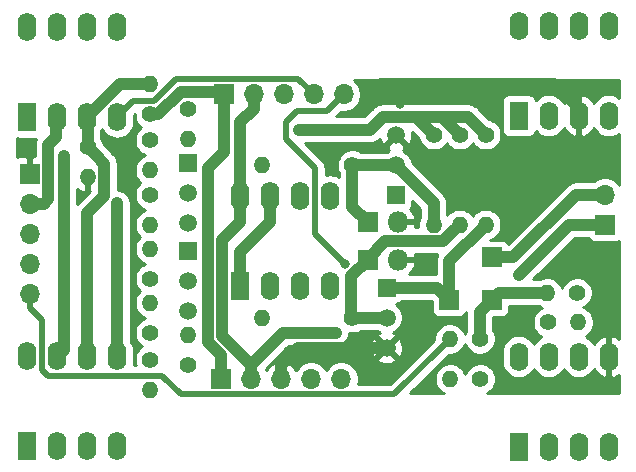
<source format=gbr>
G04 #@! TF.GenerationSoftware,KiCad,Pcbnew,(5.1.5)-3*
G04 #@! TF.CreationDate,2020-04-19T22:50:58+02:00*
G04 #@! TF.ProjectId,goal_detector,676f616c-5f64-4657-9465-63746f722e6b,rev?*
G04 #@! TF.SameCoordinates,PX101dfa0PY12b1280*
G04 #@! TF.FileFunction,Copper,L1,Top*
G04 #@! TF.FilePolarity,Positive*
%FSLAX46Y46*%
G04 Gerber Fmt 4.6, Leading zero omitted, Abs format (unit mm)*
G04 Created by KiCad (PCBNEW (5.1.5)-3) date 2020-04-19 22:50:58*
%MOMM*%
%LPD*%
G04 APERTURE LIST*
%ADD10O,1.700000X1.700000*%
%ADD11R,1.700000X1.700000*%
%ADD12O,1.600000X2.400000*%
%ADD13R,1.600000X2.400000*%
%ADD14O,1.400000X1.400000*%
%ADD15C,1.400000*%
%ADD16O,1.800000X1.800000*%
%ADD17R,1.800000X1.800000*%
%ADD18R,1.500000X1.500000*%
%ADD19C,1.500000*%
%ADD20C,0.800000*%
%ADD21C,1.000000*%
%ADD22C,0.500000*%
%ADD23C,0.254000*%
G04 APERTURE END LIST*
D10*
X50500000Y-10400000D03*
D11*
X50500000Y-12940000D03*
D12*
X19580000Y-10500000D03*
X27200000Y-18120000D03*
X22120000Y-10500000D03*
X24660000Y-18120000D03*
X24660000Y-10500000D03*
X22120000Y-18120000D03*
X27200000Y-10500000D03*
D13*
X19580000Y-18120000D03*
D14*
X45600000Y-18700000D03*
D15*
X48140000Y-18700000D03*
D14*
X37400000Y-26000000D03*
D15*
X39940000Y-26000000D03*
D14*
X37360000Y-22600000D03*
D15*
X39900000Y-22600000D03*
D14*
X40400000Y-12920000D03*
D15*
X40400000Y-5300000D03*
D14*
X6700000Y-8900000D03*
D15*
X6700000Y-6360000D03*
D14*
X12000000Y-26900000D03*
D15*
X12000000Y-24360000D03*
D14*
X12000000Y-1060000D03*
D15*
X12000000Y-3600000D03*
D14*
X48240000Y-21200000D03*
D15*
X45700000Y-21200000D03*
D11*
X40900000Y-19300000D03*
D16*
X32940000Y-15900000D03*
D17*
X30400000Y-15900000D03*
D16*
X32940000Y-12700000D03*
D17*
X30400000Y-12700000D03*
D14*
X15200000Y-22300000D03*
D15*
X15200000Y-24840000D03*
D14*
X15200000Y-5700000D03*
D15*
X15200000Y-3160000D03*
D14*
X12000000Y-19560000D03*
D15*
X12000000Y-22100000D03*
D14*
X12000000Y-14960000D03*
D15*
X12000000Y-17500000D03*
D14*
X12000000Y-12940000D03*
D15*
X12000000Y-10400000D03*
D14*
X12000000Y-8340000D03*
D15*
X12000000Y-5800000D03*
D12*
X43200000Y-24100000D03*
X50820000Y-31720000D03*
X45740000Y-24100000D03*
X48280000Y-31720000D03*
X48280000Y-24100000D03*
X45740000Y-31720000D03*
X50820000Y-24100000D03*
D13*
X43200000Y-31720000D03*
D12*
X1580000Y-24080000D03*
X9200000Y-31700000D03*
X4120000Y-24080000D03*
X6660000Y-31700000D03*
X6660000Y-24080000D03*
X4120000Y-31700000D03*
X9200000Y-24080000D03*
D13*
X1580000Y-31700000D03*
D12*
X43200000Y3920000D03*
X50820000Y-3700000D03*
X45740000Y3920000D03*
X48280000Y-3700000D03*
X48280000Y3920000D03*
X45740000Y-3700000D03*
X50820000Y3920000D03*
D13*
X43200000Y-3700000D03*
D12*
X1580000Y3820000D03*
X9200000Y-3800000D03*
X4120000Y3820000D03*
X6660000Y-3800000D03*
X6660000Y3820000D03*
X4120000Y-3800000D03*
X9200000Y3820000D03*
D13*
X1580000Y-3800000D03*
D14*
X38200000Y-12920000D03*
D15*
X38200000Y-5300000D03*
D14*
X36000000Y-12920000D03*
D15*
X36000000Y-5300000D03*
D14*
X21500000Y-20800000D03*
D15*
X29120000Y-20800000D03*
D14*
X21500000Y-7900000D03*
D15*
X29120000Y-7900000D03*
D18*
X32000000Y-18260000D03*
D19*
X32000000Y-23340000D03*
X32000000Y-20800000D03*
D18*
X32800000Y-10440000D03*
D19*
X32800000Y-5360000D03*
X32800000Y-7900000D03*
D18*
X15200000Y-15200000D03*
D19*
X15200000Y-20280000D03*
X15200000Y-17740000D03*
D18*
X15200000Y-7720000D03*
D19*
X15200000Y-12800000D03*
X15200000Y-10260000D03*
D11*
X40900000Y-15700000D03*
X37300000Y-19300000D03*
D10*
X1800000Y-18760000D03*
X1800000Y-16220000D03*
X1800000Y-13680000D03*
X1800000Y-11140000D03*
D11*
X1800000Y-8600000D03*
D10*
X28360000Y-1900000D03*
X25820000Y-1900000D03*
X23280000Y-1900000D03*
X20740000Y-1900000D03*
D11*
X18200000Y-1900000D03*
D10*
X28160000Y-26000000D03*
X25620000Y-26000000D03*
X23080000Y-26000000D03*
X20540000Y-26000000D03*
D11*
X18000000Y-26000000D03*
D20*
X10300000Y-6649999D03*
X10000000Y-8900000D03*
X33177818Y-2677818D03*
X31500000Y-1000000D03*
X28472182Y-16272182D03*
X19600000Y-5100000D03*
X27700000Y-22100000D03*
X18079990Y-19020010D03*
X24600000Y-4900000D03*
X9200000Y-11100000D03*
X43200000Y-17200000D03*
X4700000Y-7100000D03*
D21*
X30939340Y-23340000D02*
X32000000Y-23340000D01*
X23080000Y-26000000D02*
X23080000Y-24797919D01*
X24537919Y-23340000D02*
X30939340Y-23340000D01*
X23080000Y-24797919D02*
X24537919Y-23340000D01*
D22*
X10300000Y-6649999D02*
X10300000Y-8600000D01*
X10300000Y-8600000D02*
X10000000Y-8900000D01*
X31700000Y-1200000D02*
X33177818Y-2677818D01*
X31700000Y-1200000D02*
X31500000Y-1000000D01*
D21*
X48280000Y-3080000D02*
X48280000Y-3700000D01*
X31500000Y-1000000D02*
X46200000Y-1000000D01*
X46200000Y-1000000D02*
X48280000Y-3080000D01*
X29120000Y-7900000D02*
X32800000Y-7900000D01*
X29120000Y-11420000D02*
X30400000Y-12700000D01*
X29120000Y-7900000D02*
X29120000Y-11420000D01*
X36000000Y-11100000D02*
X36000000Y-12920000D01*
X32800000Y-7900000D02*
X36000000Y-11100000D01*
X29020000Y-17280000D02*
X30400000Y-15900000D01*
X29020000Y-20800000D02*
X29020000Y-17280000D01*
X29020000Y-20800000D02*
X32000000Y-20800000D01*
X30400000Y-15900000D02*
X30400000Y-15800000D01*
X30400000Y-15800000D02*
X31900000Y-14300000D01*
X37500001Y-13619999D02*
X38200000Y-12920000D01*
X36799999Y-14320001D02*
X37500001Y-13619999D01*
X35327999Y-14320001D02*
X36799999Y-14320001D01*
X31900000Y-14300000D02*
X35307998Y-14300000D01*
X35307998Y-14300000D02*
X35327999Y-14320001D01*
D22*
X28472182Y-16272182D02*
X25949999Y-13749999D01*
X25949999Y-9149999D02*
X25949999Y-8149999D01*
X25949999Y-9149999D02*
X25949999Y-8549999D01*
X25949999Y-13749999D02*
X25949999Y-9149999D01*
X25949999Y-8149999D02*
X23500000Y-5700000D01*
X23500000Y-5700000D02*
X23500000Y-4200000D01*
X23500000Y-4200000D02*
X24400000Y-3300000D01*
X26960000Y-3300000D02*
X28360000Y-1900000D01*
X24400000Y-3300000D02*
X26960000Y-3300000D01*
X10550001Y-2449999D02*
X9200000Y-3800000D01*
X14200001Y-599999D02*
X12350001Y-2449999D01*
X25820000Y-1900000D02*
X24519999Y-599999D01*
X12350001Y-2449999D02*
X10550001Y-2449999D01*
X24519999Y-599999D02*
X14200001Y-599999D01*
D21*
X20740000Y-3102081D02*
X20740000Y-1900000D01*
X19580000Y-4262081D02*
X20740000Y-3102081D01*
X19580000Y-6480000D02*
X19580000Y-10500000D01*
X20540000Y-26000000D02*
X20540000Y-24797919D01*
X18079990Y-22337909D02*
X20540000Y-24797919D01*
X18079990Y-14200010D02*
X18079990Y-19020010D01*
X19580000Y-10500000D02*
X19580000Y-12700000D01*
X19580000Y-12700000D02*
X18079990Y-14200010D01*
X19580000Y-10500000D02*
X19600000Y-5100000D01*
X19600000Y-5100000D02*
X19580000Y-4262081D01*
X20540000Y-24797919D02*
X23237919Y-22100000D01*
X23237919Y-22100000D02*
X24420000Y-22100000D01*
X24420000Y-22100000D02*
X27700000Y-22100000D01*
X18079990Y-19020010D02*
X18079990Y-22337909D01*
X34500000Y-3800000D02*
X36000000Y-5300000D01*
X33700000Y-3800000D02*
X34500000Y-3800000D01*
X36700000Y-3800000D02*
X38200000Y-5300000D01*
X33700000Y-3800000D02*
X36700000Y-3800000D01*
X38900000Y-3800000D02*
X40400000Y-5300000D01*
X36700000Y-3800000D02*
X38900000Y-3800000D01*
X16879980Y-22834969D02*
X16879980Y-8120020D01*
X18000000Y-26000000D02*
X18000000Y-23954989D01*
X18000000Y-23954989D02*
X16879980Y-22834969D01*
X16879980Y-8120020D02*
X18200000Y-6800000D01*
X24600000Y-4900000D02*
X30600000Y-4900000D01*
X31700000Y-3800000D02*
X33700000Y-3800000D01*
X30600000Y-4900000D02*
X31700000Y-3800000D01*
D22*
X18200000Y-3600000D02*
X18200000Y-3500000D01*
D21*
X18200000Y-3600000D02*
X18200000Y-1900000D01*
X18200000Y-6800000D02*
X18200000Y-3600000D01*
D22*
X12200000Y-3400000D02*
X12000000Y-3600000D01*
X18200000Y-1900000D02*
X18200000Y-3250000D01*
X18200000Y-3250000D02*
X18050000Y-3400000D01*
D21*
X18000000Y-1700000D02*
X18200000Y-1900000D01*
X14587998Y-1700000D02*
X18000000Y-1700000D01*
X12000000Y-3600000D02*
X12687998Y-3600000D01*
X12687998Y-3600000D02*
X14587998Y-1700000D01*
D22*
X13028008Y-25730010D02*
X14597999Y-27300001D01*
X3330010Y-25730010D02*
X13028008Y-25730010D01*
X36660001Y-23299999D02*
X37360000Y-22600000D01*
X2869990Y-25269990D02*
X3330010Y-25730010D01*
X1800000Y-19962081D02*
X2869990Y-21032071D01*
X2869990Y-21032071D02*
X2869990Y-25269990D01*
X14597999Y-27300001D02*
X32659999Y-27300001D01*
X1800000Y-18760000D02*
X1800000Y-19962081D01*
X32659999Y-27300001D02*
X36660001Y-23299999D01*
D21*
X1800000Y-11140000D02*
X3002081Y-11140000D01*
X3350001Y-10792080D02*
X3350001Y-6150001D01*
X3002081Y-11140000D02*
X3350001Y-10792080D01*
X3350001Y-6150001D02*
X4000000Y-5500002D01*
X4000000Y-3920000D02*
X4120000Y-3800000D01*
X4000000Y-5500002D02*
X4000000Y-3920000D01*
X9200000Y-11665685D02*
X9200000Y-24080000D01*
X9200000Y-11100000D02*
X9200000Y-11665685D01*
X40400000Y-12920000D02*
X37300000Y-16020000D01*
X37300000Y-16020000D02*
X37300000Y-18700000D01*
X36260000Y-18260000D02*
X37300000Y-19300000D01*
X32000000Y-18260000D02*
X36260000Y-18260000D01*
X39900000Y-20300000D02*
X40900000Y-19300000D01*
X39900000Y-22600000D02*
X39900000Y-20300000D01*
X41500000Y-18700000D02*
X40900000Y-19300000D01*
X45600000Y-18700000D02*
X41500000Y-18700000D01*
X40900000Y-15700000D02*
X42750000Y-15700000D01*
X49297919Y-10400000D02*
X50500000Y-10400000D01*
X48050000Y-10400000D02*
X49297919Y-10400000D01*
X42750000Y-15700000D02*
X48050000Y-10400000D01*
X47460000Y-12940000D02*
X43200000Y-17200000D01*
X50500000Y-12940000D02*
X47460000Y-12940000D01*
X6700000Y-3840000D02*
X6660000Y-3800000D01*
X6700000Y-6360000D02*
X6700000Y-3840000D01*
X7399999Y-7059999D02*
X6700000Y-6360000D01*
X8100001Y-7760001D02*
X7399999Y-7059999D01*
X8100001Y-10502929D02*
X8100001Y-7760001D01*
X6660000Y-24080000D02*
X6660000Y-11942930D01*
X6660000Y-11942930D02*
X8100001Y-10502929D01*
X9400000Y-1060000D02*
X6660000Y-3800000D01*
X12000000Y-1060000D02*
X9400000Y-1060000D01*
X4700000Y-23500000D02*
X4120000Y-24080000D01*
X4700000Y-7100000D02*
X4700000Y-23500000D01*
X19580000Y-15240000D02*
X19580000Y-18120000D01*
X22120000Y-10500000D02*
X22120000Y-12700000D01*
X22120000Y-12700000D02*
X19580000Y-15240000D01*
D23*
G36*
X49119463Y-14144494D02*
G01*
X49198815Y-14241185D01*
X49295506Y-14320537D01*
X49405820Y-14379502D01*
X49525518Y-14415812D01*
X49650000Y-14428072D01*
X51350000Y-14428072D01*
X51474482Y-14415812D01*
X51594180Y-14379502D01*
X51704494Y-14320537D01*
X51715000Y-14311915D01*
X51715000Y-22575094D01*
X51511646Y-22436285D01*
X51251818Y-22325633D01*
X51169039Y-22308096D01*
X50947000Y-22430085D01*
X50947000Y-23973000D01*
X50967000Y-23973000D01*
X50967000Y-24227000D01*
X50947000Y-24227000D01*
X50947000Y-25769915D01*
X51169039Y-25891904D01*
X51251818Y-25874367D01*
X51511646Y-25763715D01*
X51715000Y-25624906D01*
X51715000Y-27215000D01*
X40495252Y-27215000D01*
X40572359Y-27183061D01*
X40791013Y-27036962D01*
X40976962Y-26851013D01*
X41123061Y-26632359D01*
X41223696Y-26389405D01*
X41275000Y-26131486D01*
X41275000Y-25868514D01*
X41223696Y-25610595D01*
X41123061Y-25367641D01*
X40976962Y-25148987D01*
X40791013Y-24963038D01*
X40572359Y-24816939D01*
X40329405Y-24716304D01*
X40071486Y-24665000D01*
X39808514Y-24665000D01*
X39550595Y-24716304D01*
X39307641Y-24816939D01*
X39088987Y-24963038D01*
X38903038Y-25148987D01*
X38756939Y-25367641D01*
X38670000Y-25577530D01*
X38583061Y-25367641D01*
X38436962Y-25148987D01*
X38251013Y-24963038D01*
X38032359Y-24816939D01*
X37789405Y-24716304D01*
X37531486Y-24665000D01*
X37268514Y-24665000D01*
X37010595Y-24716304D01*
X36767641Y-24816939D01*
X36548987Y-24963038D01*
X36363038Y-25148987D01*
X36216939Y-25367641D01*
X36116304Y-25610595D01*
X36065000Y-25868514D01*
X36065000Y-26131486D01*
X36116304Y-26389405D01*
X36216939Y-26632359D01*
X36363038Y-26851013D01*
X36548987Y-27036962D01*
X36767641Y-27183061D01*
X36844748Y-27215000D01*
X33996578Y-27215000D01*
X37276579Y-23935000D01*
X37491486Y-23935000D01*
X37749405Y-23883696D01*
X37992359Y-23783061D01*
X38211013Y-23636962D01*
X38396962Y-23451013D01*
X38543061Y-23232359D01*
X38630000Y-23022470D01*
X38716939Y-23232359D01*
X38863038Y-23451013D01*
X39048987Y-23636962D01*
X39267641Y-23783061D01*
X39510595Y-23883696D01*
X39768514Y-23935000D01*
X40031486Y-23935000D01*
X40289405Y-23883696D01*
X40532359Y-23783061D01*
X40751013Y-23636962D01*
X40936962Y-23451013D01*
X41083061Y-23232359D01*
X41183696Y-22989405D01*
X41235000Y-22731486D01*
X41235000Y-22468514D01*
X41183696Y-22210595D01*
X41083061Y-21967641D01*
X41035000Y-21895712D01*
X41035000Y-20788072D01*
X41750000Y-20788072D01*
X41874482Y-20775812D01*
X41994180Y-20739502D01*
X42104494Y-20680537D01*
X42201185Y-20601185D01*
X42280537Y-20504494D01*
X42339502Y-20394180D01*
X42375812Y-20274482D01*
X42388072Y-20150000D01*
X42388072Y-19835000D01*
X44895712Y-19835000D01*
X44967641Y-19883061D01*
X45179246Y-19970711D01*
X45067641Y-20016939D01*
X44848987Y-20163038D01*
X44663038Y-20348987D01*
X44516939Y-20567641D01*
X44416304Y-20810595D01*
X44365000Y-21068514D01*
X44365000Y-21331486D01*
X44416304Y-21589405D01*
X44516939Y-21832359D01*
X44663038Y-22051013D01*
X44848987Y-22236962D01*
X45067641Y-22383061D01*
X45119493Y-22404539D01*
X44938899Y-22501068D01*
X44720392Y-22680393D01*
X44541068Y-22898900D01*
X44470000Y-23031858D01*
X44398932Y-22898899D01*
X44219607Y-22680392D01*
X44001100Y-22501068D01*
X43751807Y-22367818D01*
X43481308Y-22285764D01*
X43200000Y-22258057D01*
X42918691Y-22285764D01*
X42648192Y-22367818D01*
X42398899Y-22501068D01*
X42180392Y-22680393D01*
X42001068Y-22898900D01*
X41867818Y-23148193D01*
X41785764Y-23418692D01*
X41765000Y-23629509D01*
X41765000Y-24570492D01*
X41785764Y-24781309D01*
X41867818Y-25051808D01*
X42001068Y-25301101D01*
X42180393Y-25519608D01*
X42398900Y-25698932D01*
X42648193Y-25832182D01*
X42918692Y-25914236D01*
X43200000Y-25941943D01*
X43481309Y-25914236D01*
X43751808Y-25832182D01*
X44001101Y-25698932D01*
X44219608Y-25519608D01*
X44398932Y-25301101D01*
X44470000Y-25168142D01*
X44541068Y-25301101D01*
X44720393Y-25519608D01*
X44938900Y-25698932D01*
X45188193Y-25832182D01*
X45458692Y-25914236D01*
X45740000Y-25941943D01*
X46021309Y-25914236D01*
X46291808Y-25832182D01*
X46541101Y-25698932D01*
X46759608Y-25519608D01*
X46938932Y-25301101D01*
X47010000Y-25168142D01*
X47081068Y-25301101D01*
X47260393Y-25519608D01*
X47478900Y-25698932D01*
X47728193Y-25832182D01*
X47998692Y-25914236D01*
X48280000Y-25941943D01*
X48561309Y-25914236D01*
X48831808Y-25832182D01*
X49081101Y-25698932D01*
X49299608Y-25519608D01*
X49478932Y-25301101D01*
X49547265Y-25173259D01*
X49697399Y-25402839D01*
X49895105Y-25604500D01*
X50128354Y-25763715D01*
X50388182Y-25874367D01*
X50470961Y-25891904D01*
X50693000Y-25769915D01*
X50693000Y-24227000D01*
X50673000Y-24227000D01*
X50673000Y-23973000D01*
X50693000Y-23973000D01*
X50693000Y-22430085D01*
X50470961Y-22308096D01*
X50388182Y-22325633D01*
X50128354Y-22436285D01*
X49895105Y-22595500D01*
X49697399Y-22797161D01*
X49547265Y-23026741D01*
X49478932Y-22898899D01*
X49299607Y-22680392D01*
X49081100Y-22501068D01*
X48865579Y-22385869D01*
X48872359Y-22383061D01*
X49091013Y-22236962D01*
X49276962Y-22051013D01*
X49423061Y-21832359D01*
X49523696Y-21589405D01*
X49575000Y-21331486D01*
X49575000Y-21068514D01*
X49523696Y-20810595D01*
X49423061Y-20567641D01*
X49276962Y-20348987D01*
X49091013Y-20163038D01*
X48872359Y-20016939D01*
X48660754Y-19929289D01*
X48772359Y-19883061D01*
X48991013Y-19736962D01*
X49176962Y-19551013D01*
X49323061Y-19332359D01*
X49423696Y-19089405D01*
X49475000Y-18831486D01*
X49475000Y-18568514D01*
X49423696Y-18310595D01*
X49323061Y-18067641D01*
X49176962Y-17848987D01*
X48991013Y-17663038D01*
X48772359Y-17516939D01*
X48529405Y-17416304D01*
X48271486Y-17365000D01*
X48008514Y-17365000D01*
X47750595Y-17416304D01*
X47507641Y-17516939D01*
X47288987Y-17663038D01*
X47103038Y-17848987D01*
X46956939Y-18067641D01*
X46870000Y-18277530D01*
X46783061Y-18067641D01*
X46636962Y-17848987D01*
X46451013Y-17663038D01*
X46232359Y-17516939D01*
X45989405Y-17416304D01*
X45731486Y-17365000D01*
X45468514Y-17365000D01*
X45210595Y-17416304D01*
X44967641Y-17516939D01*
X44895712Y-17565000D01*
X44440131Y-17565000D01*
X47930132Y-14075000D01*
X49082317Y-14075000D01*
X49119463Y-14144494D01*
G37*
X49119463Y-14144494D02*
X49198815Y-14241185D01*
X49295506Y-14320537D01*
X49405820Y-14379502D01*
X49525518Y-14415812D01*
X49650000Y-14428072D01*
X51350000Y-14428072D01*
X51474482Y-14415812D01*
X51594180Y-14379502D01*
X51704494Y-14320537D01*
X51715000Y-14311915D01*
X51715000Y-22575094D01*
X51511646Y-22436285D01*
X51251818Y-22325633D01*
X51169039Y-22308096D01*
X50947000Y-22430085D01*
X50947000Y-23973000D01*
X50967000Y-23973000D01*
X50967000Y-24227000D01*
X50947000Y-24227000D01*
X50947000Y-25769915D01*
X51169039Y-25891904D01*
X51251818Y-25874367D01*
X51511646Y-25763715D01*
X51715000Y-25624906D01*
X51715000Y-27215000D01*
X40495252Y-27215000D01*
X40572359Y-27183061D01*
X40791013Y-27036962D01*
X40976962Y-26851013D01*
X41123061Y-26632359D01*
X41223696Y-26389405D01*
X41275000Y-26131486D01*
X41275000Y-25868514D01*
X41223696Y-25610595D01*
X41123061Y-25367641D01*
X40976962Y-25148987D01*
X40791013Y-24963038D01*
X40572359Y-24816939D01*
X40329405Y-24716304D01*
X40071486Y-24665000D01*
X39808514Y-24665000D01*
X39550595Y-24716304D01*
X39307641Y-24816939D01*
X39088987Y-24963038D01*
X38903038Y-25148987D01*
X38756939Y-25367641D01*
X38670000Y-25577530D01*
X38583061Y-25367641D01*
X38436962Y-25148987D01*
X38251013Y-24963038D01*
X38032359Y-24816939D01*
X37789405Y-24716304D01*
X37531486Y-24665000D01*
X37268514Y-24665000D01*
X37010595Y-24716304D01*
X36767641Y-24816939D01*
X36548987Y-24963038D01*
X36363038Y-25148987D01*
X36216939Y-25367641D01*
X36116304Y-25610595D01*
X36065000Y-25868514D01*
X36065000Y-26131486D01*
X36116304Y-26389405D01*
X36216939Y-26632359D01*
X36363038Y-26851013D01*
X36548987Y-27036962D01*
X36767641Y-27183061D01*
X36844748Y-27215000D01*
X33996578Y-27215000D01*
X37276579Y-23935000D01*
X37491486Y-23935000D01*
X37749405Y-23883696D01*
X37992359Y-23783061D01*
X38211013Y-23636962D01*
X38396962Y-23451013D01*
X38543061Y-23232359D01*
X38630000Y-23022470D01*
X38716939Y-23232359D01*
X38863038Y-23451013D01*
X39048987Y-23636962D01*
X39267641Y-23783061D01*
X39510595Y-23883696D01*
X39768514Y-23935000D01*
X40031486Y-23935000D01*
X40289405Y-23883696D01*
X40532359Y-23783061D01*
X40751013Y-23636962D01*
X40936962Y-23451013D01*
X41083061Y-23232359D01*
X41183696Y-22989405D01*
X41235000Y-22731486D01*
X41235000Y-22468514D01*
X41183696Y-22210595D01*
X41083061Y-21967641D01*
X41035000Y-21895712D01*
X41035000Y-20788072D01*
X41750000Y-20788072D01*
X41874482Y-20775812D01*
X41994180Y-20739502D01*
X42104494Y-20680537D01*
X42201185Y-20601185D01*
X42280537Y-20504494D01*
X42339502Y-20394180D01*
X42375812Y-20274482D01*
X42388072Y-20150000D01*
X42388072Y-19835000D01*
X44895712Y-19835000D01*
X44967641Y-19883061D01*
X45179246Y-19970711D01*
X45067641Y-20016939D01*
X44848987Y-20163038D01*
X44663038Y-20348987D01*
X44516939Y-20567641D01*
X44416304Y-20810595D01*
X44365000Y-21068514D01*
X44365000Y-21331486D01*
X44416304Y-21589405D01*
X44516939Y-21832359D01*
X44663038Y-22051013D01*
X44848987Y-22236962D01*
X45067641Y-22383061D01*
X45119493Y-22404539D01*
X44938899Y-22501068D01*
X44720392Y-22680393D01*
X44541068Y-22898900D01*
X44470000Y-23031858D01*
X44398932Y-22898899D01*
X44219607Y-22680392D01*
X44001100Y-22501068D01*
X43751807Y-22367818D01*
X43481308Y-22285764D01*
X43200000Y-22258057D01*
X42918691Y-22285764D01*
X42648192Y-22367818D01*
X42398899Y-22501068D01*
X42180392Y-22680393D01*
X42001068Y-22898900D01*
X41867818Y-23148193D01*
X41785764Y-23418692D01*
X41765000Y-23629509D01*
X41765000Y-24570492D01*
X41785764Y-24781309D01*
X41867818Y-25051808D01*
X42001068Y-25301101D01*
X42180393Y-25519608D01*
X42398900Y-25698932D01*
X42648193Y-25832182D01*
X42918692Y-25914236D01*
X43200000Y-25941943D01*
X43481309Y-25914236D01*
X43751808Y-25832182D01*
X44001101Y-25698932D01*
X44219608Y-25519608D01*
X44398932Y-25301101D01*
X44470000Y-25168142D01*
X44541068Y-25301101D01*
X44720393Y-25519608D01*
X44938900Y-25698932D01*
X45188193Y-25832182D01*
X45458692Y-25914236D01*
X45740000Y-25941943D01*
X46021309Y-25914236D01*
X46291808Y-25832182D01*
X46541101Y-25698932D01*
X46759608Y-25519608D01*
X46938932Y-25301101D01*
X47010000Y-25168142D01*
X47081068Y-25301101D01*
X47260393Y-25519608D01*
X47478900Y-25698932D01*
X47728193Y-25832182D01*
X47998692Y-25914236D01*
X48280000Y-25941943D01*
X48561309Y-25914236D01*
X48831808Y-25832182D01*
X49081101Y-25698932D01*
X49299608Y-25519608D01*
X49478932Y-25301101D01*
X49547265Y-25173259D01*
X49697399Y-25402839D01*
X49895105Y-25604500D01*
X50128354Y-25763715D01*
X50388182Y-25874367D01*
X50470961Y-25891904D01*
X50693000Y-25769915D01*
X50693000Y-24227000D01*
X50673000Y-24227000D01*
X50673000Y-23973000D01*
X50693000Y-23973000D01*
X50693000Y-22430085D01*
X50470961Y-22308096D01*
X50388182Y-22325633D01*
X50128354Y-22436285D01*
X49895105Y-22595500D01*
X49697399Y-22797161D01*
X49547265Y-23026741D01*
X49478932Y-22898899D01*
X49299607Y-22680392D01*
X49081100Y-22501068D01*
X48865579Y-22385869D01*
X48872359Y-22383061D01*
X49091013Y-22236962D01*
X49276962Y-22051013D01*
X49423061Y-21832359D01*
X49523696Y-21589405D01*
X49575000Y-21331486D01*
X49575000Y-21068514D01*
X49523696Y-20810595D01*
X49423061Y-20567641D01*
X49276962Y-20348987D01*
X49091013Y-20163038D01*
X48872359Y-20016939D01*
X48660754Y-19929289D01*
X48772359Y-19883061D01*
X48991013Y-19736962D01*
X49176962Y-19551013D01*
X49323061Y-19332359D01*
X49423696Y-19089405D01*
X49475000Y-18831486D01*
X49475000Y-18568514D01*
X49423696Y-18310595D01*
X49323061Y-18067641D01*
X49176962Y-17848987D01*
X48991013Y-17663038D01*
X48772359Y-17516939D01*
X48529405Y-17416304D01*
X48271486Y-17365000D01*
X48008514Y-17365000D01*
X47750595Y-17416304D01*
X47507641Y-17516939D01*
X47288987Y-17663038D01*
X47103038Y-17848987D01*
X46956939Y-18067641D01*
X46870000Y-18277530D01*
X46783061Y-18067641D01*
X46636962Y-17848987D01*
X46451013Y-17663038D01*
X46232359Y-17516939D01*
X45989405Y-17416304D01*
X45731486Y-17365000D01*
X45468514Y-17365000D01*
X45210595Y-17416304D01*
X44967641Y-17516939D01*
X44895712Y-17565000D01*
X44440131Y-17565000D01*
X47930132Y-14075000D01*
X49082317Y-14075000D01*
X49119463Y-14144494D01*
G36*
X35811928Y-19417059D02*
G01*
X35811928Y-20150000D01*
X35824188Y-20274482D01*
X35860498Y-20394180D01*
X35919463Y-20504494D01*
X35998815Y-20601185D01*
X36095506Y-20680537D01*
X36205820Y-20739502D01*
X36325518Y-20775812D01*
X36450000Y-20788072D01*
X38150000Y-20788072D01*
X38274482Y-20775812D01*
X38394180Y-20739502D01*
X38504494Y-20680537D01*
X38601185Y-20601185D01*
X38680537Y-20504494D01*
X38739502Y-20394180D01*
X38761608Y-20321308D01*
X38765001Y-20355761D01*
X38765000Y-21895712D01*
X38716939Y-21967641D01*
X38630000Y-22177530D01*
X38543061Y-21967641D01*
X38396962Y-21748987D01*
X38211013Y-21563038D01*
X37992359Y-21416939D01*
X37749405Y-21316304D01*
X37491486Y-21265000D01*
X37228514Y-21265000D01*
X36970595Y-21316304D01*
X36727641Y-21416939D01*
X36508987Y-21563038D01*
X36323038Y-21748987D01*
X36176939Y-21967641D01*
X36076304Y-22210595D01*
X36025000Y-22468514D01*
X36025000Y-22683421D01*
X32293421Y-26415001D01*
X29591544Y-26415001D01*
X29645000Y-26146260D01*
X29645000Y-25853740D01*
X29587932Y-25566842D01*
X29475990Y-25296589D01*
X29313475Y-25053368D01*
X29106632Y-24846525D01*
X28863411Y-24684010D01*
X28593158Y-24572068D01*
X28306260Y-24515000D01*
X28013740Y-24515000D01*
X27726842Y-24572068D01*
X27456589Y-24684010D01*
X27213368Y-24846525D01*
X27006525Y-25053368D01*
X26890000Y-25227760D01*
X26773475Y-25053368D01*
X26566632Y-24846525D01*
X26323411Y-24684010D01*
X26053158Y-24572068D01*
X25766260Y-24515000D01*
X25473740Y-24515000D01*
X25186842Y-24572068D01*
X24916589Y-24684010D01*
X24673368Y-24846525D01*
X24466525Y-25053368D01*
X24344805Y-25235534D01*
X24275178Y-25118645D01*
X24080269Y-24902412D01*
X23846920Y-24728359D01*
X23584099Y-24603175D01*
X23436890Y-24558524D01*
X23207000Y-24679845D01*
X23207000Y-25873000D01*
X23227000Y-25873000D01*
X23227000Y-26127000D01*
X23207000Y-26127000D01*
X23207000Y-26147000D01*
X22953000Y-26147000D01*
X22953000Y-26127000D01*
X22933000Y-26127000D01*
X22933000Y-25873000D01*
X22953000Y-25873000D01*
X22953000Y-24679845D01*
X22723110Y-24558524D01*
X22575901Y-24603175D01*
X22313080Y-24728359D01*
X22079731Y-24902412D01*
X21884822Y-25118645D01*
X21815195Y-25235534D01*
X21772065Y-25170986D01*
X22646058Y-24296993D01*
X31222612Y-24296993D01*
X31288137Y-24535860D01*
X31535116Y-24651760D01*
X31799960Y-24717250D01*
X32072492Y-24729812D01*
X32342238Y-24688965D01*
X32598832Y-24596277D01*
X32711863Y-24535860D01*
X32777388Y-24296993D01*
X32000000Y-23519605D01*
X31222612Y-24296993D01*
X22646058Y-24296993D01*
X23530559Y-23412492D01*
X30610188Y-23412492D01*
X30651035Y-23682238D01*
X30743723Y-23938832D01*
X30804140Y-24051863D01*
X31043007Y-24117388D01*
X31820395Y-23340000D01*
X32179605Y-23340000D01*
X32956993Y-24117388D01*
X33195860Y-24051863D01*
X33311760Y-23804884D01*
X33377250Y-23540040D01*
X33389812Y-23267508D01*
X33348965Y-22997762D01*
X33256277Y-22741168D01*
X33195860Y-22628137D01*
X32956993Y-22562612D01*
X32179605Y-23340000D01*
X31820395Y-23340000D01*
X31043007Y-22562612D01*
X30804140Y-22628137D01*
X30688240Y-22875116D01*
X30622750Y-23139960D01*
X30610188Y-23412492D01*
X23530559Y-23412492D01*
X23708052Y-23235000D01*
X27755752Y-23235000D01*
X27922499Y-23218577D01*
X28136447Y-23153676D01*
X28333623Y-23048284D01*
X28506449Y-22906449D01*
X28648284Y-22733623D01*
X28753676Y-22536447D01*
X28818577Y-22322499D01*
X28839954Y-22105449D01*
X28988514Y-22135000D01*
X29251486Y-22135000D01*
X29509405Y-22083696D01*
X29752359Y-21983061D01*
X29824288Y-21935000D01*
X31205714Y-21935000D01*
X31343957Y-22027371D01*
X31443279Y-22068511D01*
X31401168Y-22083723D01*
X31288137Y-22144140D01*
X31222612Y-22383007D01*
X32000000Y-23160395D01*
X32777388Y-22383007D01*
X32711863Y-22144140D01*
X32553523Y-22069836D01*
X32656043Y-22027371D01*
X32882886Y-21875799D01*
X33075799Y-21682886D01*
X33227371Y-21456043D01*
X33331775Y-21203989D01*
X33385000Y-20936411D01*
X33385000Y-20663589D01*
X33331775Y-20396011D01*
X33227371Y-20143957D01*
X33075799Y-19917114D01*
X32882886Y-19724201D01*
X32766517Y-19646445D01*
X32874482Y-19635812D01*
X32994180Y-19599502D01*
X33104494Y-19540537D01*
X33201185Y-19461185D01*
X33255501Y-19395000D01*
X35789869Y-19395000D01*
X35811928Y-19417059D01*
G37*
X35811928Y-19417059D02*
X35811928Y-20150000D01*
X35824188Y-20274482D01*
X35860498Y-20394180D01*
X35919463Y-20504494D01*
X35998815Y-20601185D01*
X36095506Y-20680537D01*
X36205820Y-20739502D01*
X36325518Y-20775812D01*
X36450000Y-20788072D01*
X38150000Y-20788072D01*
X38274482Y-20775812D01*
X38394180Y-20739502D01*
X38504494Y-20680537D01*
X38601185Y-20601185D01*
X38680537Y-20504494D01*
X38739502Y-20394180D01*
X38761608Y-20321308D01*
X38765001Y-20355761D01*
X38765000Y-21895712D01*
X38716939Y-21967641D01*
X38630000Y-22177530D01*
X38543061Y-21967641D01*
X38396962Y-21748987D01*
X38211013Y-21563038D01*
X37992359Y-21416939D01*
X37749405Y-21316304D01*
X37491486Y-21265000D01*
X37228514Y-21265000D01*
X36970595Y-21316304D01*
X36727641Y-21416939D01*
X36508987Y-21563038D01*
X36323038Y-21748987D01*
X36176939Y-21967641D01*
X36076304Y-22210595D01*
X36025000Y-22468514D01*
X36025000Y-22683421D01*
X32293421Y-26415001D01*
X29591544Y-26415001D01*
X29645000Y-26146260D01*
X29645000Y-25853740D01*
X29587932Y-25566842D01*
X29475990Y-25296589D01*
X29313475Y-25053368D01*
X29106632Y-24846525D01*
X28863411Y-24684010D01*
X28593158Y-24572068D01*
X28306260Y-24515000D01*
X28013740Y-24515000D01*
X27726842Y-24572068D01*
X27456589Y-24684010D01*
X27213368Y-24846525D01*
X27006525Y-25053368D01*
X26890000Y-25227760D01*
X26773475Y-25053368D01*
X26566632Y-24846525D01*
X26323411Y-24684010D01*
X26053158Y-24572068D01*
X25766260Y-24515000D01*
X25473740Y-24515000D01*
X25186842Y-24572068D01*
X24916589Y-24684010D01*
X24673368Y-24846525D01*
X24466525Y-25053368D01*
X24344805Y-25235534D01*
X24275178Y-25118645D01*
X24080269Y-24902412D01*
X23846920Y-24728359D01*
X23584099Y-24603175D01*
X23436890Y-24558524D01*
X23207000Y-24679845D01*
X23207000Y-25873000D01*
X23227000Y-25873000D01*
X23227000Y-26127000D01*
X23207000Y-26127000D01*
X23207000Y-26147000D01*
X22953000Y-26147000D01*
X22953000Y-26127000D01*
X22933000Y-26127000D01*
X22933000Y-25873000D01*
X22953000Y-25873000D01*
X22953000Y-24679845D01*
X22723110Y-24558524D01*
X22575901Y-24603175D01*
X22313080Y-24728359D01*
X22079731Y-24902412D01*
X21884822Y-25118645D01*
X21815195Y-25235534D01*
X21772065Y-25170986D01*
X22646058Y-24296993D01*
X31222612Y-24296993D01*
X31288137Y-24535860D01*
X31535116Y-24651760D01*
X31799960Y-24717250D01*
X32072492Y-24729812D01*
X32342238Y-24688965D01*
X32598832Y-24596277D01*
X32711863Y-24535860D01*
X32777388Y-24296993D01*
X32000000Y-23519605D01*
X31222612Y-24296993D01*
X22646058Y-24296993D01*
X23530559Y-23412492D01*
X30610188Y-23412492D01*
X30651035Y-23682238D01*
X30743723Y-23938832D01*
X30804140Y-24051863D01*
X31043007Y-24117388D01*
X31820395Y-23340000D01*
X32179605Y-23340000D01*
X32956993Y-24117388D01*
X33195860Y-24051863D01*
X33311760Y-23804884D01*
X33377250Y-23540040D01*
X33389812Y-23267508D01*
X33348965Y-22997762D01*
X33256277Y-22741168D01*
X33195860Y-22628137D01*
X32956993Y-22562612D01*
X32179605Y-23340000D01*
X31820395Y-23340000D01*
X31043007Y-22562612D01*
X30804140Y-22628137D01*
X30688240Y-22875116D01*
X30622750Y-23139960D01*
X30610188Y-23412492D01*
X23530559Y-23412492D01*
X23708052Y-23235000D01*
X27755752Y-23235000D01*
X27922499Y-23218577D01*
X28136447Y-23153676D01*
X28333623Y-23048284D01*
X28506449Y-22906449D01*
X28648284Y-22733623D01*
X28753676Y-22536447D01*
X28818577Y-22322499D01*
X28839954Y-22105449D01*
X28988514Y-22135000D01*
X29251486Y-22135000D01*
X29509405Y-22083696D01*
X29752359Y-21983061D01*
X29824288Y-21935000D01*
X31205714Y-21935000D01*
X31343957Y-22027371D01*
X31443279Y-22068511D01*
X31401168Y-22083723D01*
X31288137Y-22144140D01*
X31222612Y-22383007D01*
X32000000Y-23160395D01*
X32777388Y-22383007D01*
X32711863Y-22144140D01*
X32553523Y-22069836D01*
X32656043Y-22027371D01*
X32882886Y-21875799D01*
X33075799Y-21682886D01*
X33227371Y-21456043D01*
X33331775Y-21203989D01*
X33385000Y-20936411D01*
X33385000Y-20663589D01*
X33331775Y-20396011D01*
X33227371Y-20143957D01*
X33075799Y-19917114D01*
X32882886Y-19724201D01*
X32766517Y-19646445D01*
X32874482Y-19635812D01*
X32994180Y-19599502D01*
X33104494Y-19540537D01*
X33201185Y-19461185D01*
X33255501Y-19395000D01*
X35789869Y-19395000D01*
X35811928Y-19417059D01*
G36*
X10665000Y-3731486D02*
G01*
X10716304Y-3989405D01*
X10816939Y-4232359D01*
X10963038Y-4451013D01*
X11148987Y-4636962D01*
X11243331Y-4700000D01*
X11148987Y-4763038D01*
X10963038Y-4948987D01*
X10816939Y-5167641D01*
X10716304Y-5410595D01*
X10665000Y-5668514D01*
X10665000Y-5931486D01*
X10716304Y-6189405D01*
X10816939Y-6432359D01*
X10963038Y-6651013D01*
X11148987Y-6836962D01*
X11367641Y-6983061D01*
X11577530Y-7070000D01*
X11367641Y-7156939D01*
X11148987Y-7303038D01*
X10963038Y-7488987D01*
X10816939Y-7707641D01*
X10716304Y-7950595D01*
X10665000Y-8208514D01*
X10665000Y-8471486D01*
X10716304Y-8729405D01*
X10816939Y-8972359D01*
X10963038Y-9191013D01*
X11142025Y-9370000D01*
X10963038Y-9548987D01*
X10816939Y-9767641D01*
X10716304Y-10010595D01*
X10665000Y-10268514D01*
X10665000Y-10531486D01*
X10716304Y-10789405D01*
X10816939Y-11032359D01*
X10963038Y-11251013D01*
X11148987Y-11436962D01*
X11367641Y-11583061D01*
X11577530Y-11670000D01*
X11367641Y-11756939D01*
X11148987Y-11903038D01*
X10963038Y-12088987D01*
X10816939Y-12307641D01*
X10716304Y-12550595D01*
X10665000Y-12808514D01*
X10665000Y-13071486D01*
X10716304Y-13329405D01*
X10816939Y-13572359D01*
X10963038Y-13791013D01*
X11122025Y-13950000D01*
X10963038Y-14108987D01*
X10816939Y-14327641D01*
X10716304Y-14570595D01*
X10665000Y-14828514D01*
X10665000Y-15091486D01*
X10716304Y-15349405D01*
X10816939Y-15592359D01*
X10963038Y-15811013D01*
X11148987Y-15996962D01*
X11367641Y-16143061D01*
X11577530Y-16230000D01*
X11367641Y-16316939D01*
X11148987Y-16463038D01*
X10963038Y-16648987D01*
X10816939Y-16867641D01*
X10716304Y-17110595D01*
X10665000Y-17368514D01*
X10665000Y-17631486D01*
X10716304Y-17889405D01*
X10816939Y-18132359D01*
X10963038Y-18351013D01*
X11142025Y-18530000D01*
X10963038Y-18708987D01*
X10816939Y-18927641D01*
X10716304Y-19170595D01*
X10665000Y-19428514D01*
X10665000Y-19691486D01*
X10716304Y-19949405D01*
X10816939Y-20192359D01*
X10963038Y-20411013D01*
X11148987Y-20596962D01*
X11367641Y-20743061D01*
X11577530Y-20830000D01*
X11367641Y-20916939D01*
X11148987Y-21063038D01*
X10963038Y-21248987D01*
X10816939Y-21467641D01*
X10716304Y-21710595D01*
X10665000Y-21968514D01*
X10665000Y-22231486D01*
X10716304Y-22489405D01*
X10816939Y-22732359D01*
X10963038Y-22951013D01*
X11148987Y-23136962D01*
X11288229Y-23230000D01*
X11148987Y-23323038D01*
X10963038Y-23508987D01*
X10816939Y-23727641D01*
X10716304Y-23970595D01*
X10665000Y-24228514D01*
X10665000Y-24491486D01*
X10716304Y-24749405D01*
X10755905Y-24845010D01*
X10588846Y-24845010D01*
X10614236Y-24761309D01*
X10635000Y-24550491D01*
X10635000Y-23609508D01*
X10614236Y-23398691D01*
X10532182Y-23128192D01*
X10398932Y-22878899D01*
X10335000Y-22800998D01*
X10335000Y-11044248D01*
X10318577Y-10877501D01*
X10253676Y-10663553D01*
X10148284Y-10466377D01*
X10006449Y-10293551D01*
X9833623Y-10151716D01*
X9636446Y-10046324D01*
X9422498Y-9981423D01*
X9235001Y-9962956D01*
X9235001Y-7815742D01*
X9240491Y-7760000D01*
X9235001Y-7704258D01*
X9235001Y-7704249D01*
X9218578Y-7537502D01*
X9153677Y-7323554D01*
X9048285Y-7126378D01*
X8906450Y-6953552D01*
X8863136Y-6918005D01*
X8000573Y-6055442D01*
X7983696Y-5970595D01*
X7883061Y-5727641D01*
X7835000Y-5655712D01*
X7835000Y-5030262D01*
X7858932Y-5001101D01*
X7930000Y-4868142D01*
X8001068Y-5001101D01*
X8180393Y-5219608D01*
X8398900Y-5398932D01*
X8648193Y-5532182D01*
X8918692Y-5614236D01*
X9200000Y-5641943D01*
X9481309Y-5614236D01*
X9751808Y-5532182D01*
X10001101Y-5398932D01*
X10219608Y-5219608D01*
X10398932Y-5001101D01*
X10532182Y-4751808D01*
X10614236Y-4481309D01*
X10635000Y-4270491D01*
X10635000Y-3616579D01*
X10665000Y-3586579D01*
X10665000Y-3731486D01*
G37*
X10665000Y-3731486D02*
X10716304Y-3989405D01*
X10816939Y-4232359D01*
X10963038Y-4451013D01*
X11148987Y-4636962D01*
X11243331Y-4700000D01*
X11148987Y-4763038D01*
X10963038Y-4948987D01*
X10816939Y-5167641D01*
X10716304Y-5410595D01*
X10665000Y-5668514D01*
X10665000Y-5931486D01*
X10716304Y-6189405D01*
X10816939Y-6432359D01*
X10963038Y-6651013D01*
X11148987Y-6836962D01*
X11367641Y-6983061D01*
X11577530Y-7070000D01*
X11367641Y-7156939D01*
X11148987Y-7303038D01*
X10963038Y-7488987D01*
X10816939Y-7707641D01*
X10716304Y-7950595D01*
X10665000Y-8208514D01*
X10665000Y-8471486D01*
X10716304Y-8729405D01*
X10816939Y-8972359D01*
X10963038Y-9191013D01*
X11142025Y-9370000D01*
X10963038Y-9548987D01*
X10816939Y-9767641D01*
X10716304Y-10010595D01*
X10665000Y-10268514D01*
X10665000Y-10531486D01*
X10716304Y-10789405D01*
X10816939Y-11032359D01*
X10963038Y-11251013D01*
X11148987Y-11436962D01*
X11367641Y-11583061D01*
X11577530Y-11670000D01*
X11367641Y-11756939D01*
X11148987Y-11903038D01*
X10963038Y-12088987D01*
X10816939Y-12307641D01*
X10716304Y-12550595D01*
X10665000Y-12808514D01*
X10665000Y-13071486D01*
X10716304Y-13329405D01*
X10816939Y-13572359D01*
X10963038Y-13791013D01*
X11122025Y-13950000D01*
X10963038Y-14108987D01*
X10816939Y-14327641D01*
X10716304Y-14570595D01*
X10665000Y-14828514D01*
X10665000Y-15091486D01*
X10716304Y-15349405D01*
X10816939Y-15592359D01*
X10963038Y-15811013D01*
X11148987Y-15996962D01*
X11367641Y-16143061D01*
X11577530Y-16230000D01*
X11367641Y-16316939D01*
X11148987Y-16463038D01*
X10963038Y-16648987D01*
X10816939Y-16867641D01*
X10716304Y-17110595D01*
X10665000Y-17368514D01*
X10665000Y-17631486D01*
X10716304Y-17889405D01*
X10816939Y-18132359D01*
X10963038Y-18351013D01*
X11142025Y-18530000D01*
X10963038Y-18708987D01*
X10816939Y-18927641D01*
X10716304Y-19170595D01*
X10665000Y-19428514D01*
X10665000Y-19691486D01*
X10716304Y-19949405D01*
X10816939Y-20192359D01*
X10963038Y-20411013D01*
X11148987Y-20596962D01*
X11367641Y-20743061D01*
X11577530Y-20830000D01*
X11367641Y-20916939D01*
X11148987Y-21063038D01*
X10963038Y-21248987D01*
X10816939Y-21467641D01*
X10716304Y-21710595D01*
X10665000Y-21968514D01*
X10665000Y-22231486D01*
X10716304Y-22489405D01*
X10816939Y-22732359D01*
X10963038Y-22951013D01*
X11148987Y-23136962D01*
X11288229Y-23230000D01*
X11148987Y-23323038D01*
X10963038Y-23508987D01*
X10816939Y-23727641D01*
X10716304Y-23970595D01*
X10665000Y-24228514D01*
X10665000Y-24491486D01*
X10716304Y-24749405D01*
X10755905Y-24845010D01*
X10588846Y-24845010D01*
X10614236Y-24761309D01*
X10635000Y-24550491D01*
X10635000Y-23609508D01*
X10614236Y-23398691D01*
X10532182Y-23128192D01*
X10398932Y-22878899D01*
X10335000Y-22800998D01*
X10335000Y-11044248D01*
X10318577Y-10877501D01*
X10253676Y-10663553D01*
X10148284Y-10466377D01*
X10006449Y-10293551D01*
X9833623Y-10151716D01*
X9636446Y-10046324D01*
X9422498Y-9981423D01*
X9235001Y-9962956D01*
X9235001Y-7815742D01*
X9240491Y-7760000D01*
X9235001Y-7704258D01*
X9235001Y-7704249D01*
X9218578Y-7537502D01*
X9153677Y-7323554D01*
X9048285Y-7126378D01*
X8906450Y-6953552D01*
X8863136Y-6918005D01*
X8000573Y-6055442D01*
X7983696Y-5970595D01*
X7883061Y-5727641D01*
X7835000Y-5655712D01*
X7835000Y-5030262D01*
X7858932Y-5001101D01*
X7930000Y-4868142D01*
X8001068Y-5001101D01*
X8180393Y-5219608D01*
X8398900Y-5398932D01*
X8648193Y-5532182D01*
X8918692Y-5614236D01*
X9200000Y-5641943D01*
X9481309Y-5614236D01*
X9751808Y-5532182D01*
X10001101Y-5398932D01*
X10219608Y-5219608D01*
X10398932Y-5001101D01*
X10532182Y-4751808D01*
X10614236Y-4481309D01*
X10635000Y-4270491D01*
X10635000Y-3616579D01*
X10665000Y-3586579D01*
X10665000Y-3731486D01*
G36*
X35105500Y-15438578D02*
G01*
X35272247Y-15455001D01*
X35272248Y-15455001D01*
X35327999Y-15460492D01*
X35383751Y-15455001D01*
X36315036Y-15455001D01*
X36249559Y-15577501D01*
X36246324Y-15583554D01*
X36181423Y-15797502D01*
X36159509Y-16020000D01*
X36165000Y-16075752D01*
X36165000Y-17125000D01*
X33862034Y-17125000D01*
X34071649Y-16937116D01*
X34252236Y-16696414D01*
X34382394Y-16425107D01*
X34431036Y-16264740D01*
X34310378Y-16027000D01*
X33067000Y-16027000D01*
X33067000Y-16047000D01*
X32813000Y-16047000D01*
X32813000Y-16027000D01*
X32793000Y-16027000D01*
X32793000Y-15773000D01*
X32813000Y-15773000D01*
X32813000Y-15753000D01*
X33067000Y-15753000D01*
X33067000Y-15773000D01*
X34310378Y-15773000D01*
X34431036Y-15535260D01*
X34400625Y-15435000D01*
X35093705Y-15435000D01*
X35105500Y-15438578D01*
G37*
X35105500Y-15438578D02*
X35272247Y-15455001D01*
X35272248Y-15455001D01*
X35327999Y-15460492D01*
X35383751Y-15455001D01*
X36315036Y-15455001D01*
X36249559Y-15577501D01*
X36246324Y-15583554D01*
X36181423Y-15797502D01*
X36159509Y-16020000D01*
X36165000Y-16075752D01*
X36165000Y-17125000D01*
X33862034Y-17125000D01*
X34071649Y-16937116D01*
X34252236Y-16696414D01*
X34382394Y-16425107D01*
X34431036Y-16264740D01*
X34310378Y-16027000D01*
X33067000Y-16027000D01*
X33067000Y-16047000D01*
X32813000Y-16047000D01*
X32813000Y-16027000D01*
X32793000Y-16027000D01*
X32793000Y-15773000D01*
X32813000Y-15773000D01*
X32813000Y-15753000D01*
X33067000Y-15753000D01*
X33067000Y-15773000D01*
X34310378Y-15773000D01*
X34431036Y-15535260D01*
X34400625Y-15435000D01*
X35093705Y-15435000D01*
X35105500Y-15438578D01*
G36*
X51715001Y-2178130D02*
G01*
X51621100Y-2101068D01*
X51371807Y-1967818D01*
X51101308Y-1885764D01*
X50820000Y-1858057D01*
X50538691Y-1885764D01*
X50268192Y-1967818D01*
X50018899Y-2101068D01*
X49800392Y-2280393D01*
X49621068Y-2498900D01*
X49552735Y-2626742D01*
X49402601Y-2397161D01*
X49204895Y-2195500D01*
X48971646Y-2036285D01*
X48711818Y-1925633D01*
X48629039Y-1908096D01*
X48407000Y-2030085D01*
X48407000Y-3573000D01*
X48427000Y-3573000D01*
X48427000Y-3827000D01*
X48407000Y-3827000D01*
X48407000Y-5369915D01*
X48629039Y-5491904D01*
X48711818Y-5474367D01*
X48971646Y-5363715D01*
X49204895Y-5204500D01*
X49402601Y-5002839D01*
X49552735Y-4773259D01*
X49621068Y-4901101D01*
X49800393Y-5119608D01*
X50018900Y-5298932D01*
X50268193Y-5432182D01*
X50538692Y-5514236D01*
X50820000Y-5541943D01*
X51101309Y-5514236D01*
X51371808Y-5432182D01*
X51621101Y-5298932D01*
X51715001Y-5221870D01*
X51715001Y-9545448D01*
X51653475Y-9453368D01*
X51446632Y-9246525D01*
X51203411Y-9084010D01*
X50933158Y-8972068D01*
X50646260Y-8915000D01*
X50353740Y-8915000D01*
X50066842Y-8972068D01*
X49796589Y-9084010D01*
X49553368Y-9246525D01*
X49534893Y-9265000D01*
X48105752Y-9265000D01*
X48050000Y-9259509D01*
X47994248Y-9265000D01*
X47827501Y-9281423D01*
X47613553Y-9346324D01*
X47416377Y-9451716D01*
X47243551Y-9593551D01*
X47208009Y-9636859D01*
X42304511Y-14540358D01*
X42280537Y-14495506D01*
X42201185Y-14398815D01*
X42104494Y-14319463D01*
X41994180Y-14260498D01*
X41874482Y-14224188D01*
X41750000Y-14211928D01*
X40748021Y-14211928D01*
X40789405Y-14203696D01*
X41032359Y-14103061D01*
X41251013Y-13956962D01*
X41436962Y-13771013D01*
X41583061Y-13552359D01*
X41683696Y-13309405D01*
X41735000Y-13051486D01*
X41735000Y-12788514D01*
X41683696Y-12530595D01*
X41583061Y-12287641D01*
X41436962Y-12068987D01*
X41251013Y-11883038D01*
X41032359Y-11736939D01*
X40789405Y-11636304D01*
X40531486Y-11585000D01*
X40268514Y-11585000D01*
X40010595Y-11636304D01*
X39767641Y-11736939D01*
X39548987Y-11883038D01*
X39363038Y-12068987D01*
X39300000Y-12163331D01*
X39236962Y-12068987D01*
X39051013Y-11883038D01*
X38832359Y-11736939D01*
X38589405Y-11636304D01*
X38331486Y-11585000D01*
X38068514Y-11585000D01*
X37810595Y-11636304D01*
X37567641Y-11736939D01*
X37348987Y-11883038D01*
X37163038Y-12068987D01*
X37135000Y-12110949D01*
X37135000Y-11155741D01*
X37140490Y-11099999D01*
X37135000Y-11044257D01*
X37135000Y-11044248D01*
X37118577Y-10877501D01*
X37053676Y-10663553D01*
X36948284Y-10466377D01*
X36806449Y-10293551D01*
X36763141Y-10258009D01*
X34164212Y-7659081D01*
X34131775Y-7496011D01*
X34027371Y-7243957D01*
X33875799Y-7017114D01*
X33682886Y-6824201D01*
X33456043Y-6672629D01*
X33356721Y-6631489D01*
X33398832Y-6616277D01*
X33511863Y-6555860D01*
X33577388Y-6316993D01*
X32800000Y-5539605D01*
X32022612Y-6316993D01*
X32088137Y-6555860D01*
X32246477Y-6630164D01*
X32143957Y-6672629D01*
X32005714Y-6765000D01*
X29824288Y-6765000D01*
X29752359Y-6716939D01*
X29509405Y-6616304D01*
X29251486Y-6565000D01*
X28988514Y-6565000D01*
X28730595Y-6616304D01*
X28487641Y-6716939D01*
X28268987Y-6863038D01*
X28083038Y-7048987D01*
X27936939Y-7267641D01*
X27836304Y-7510595D01*
X27785000Y-7768514D01*
X27785000Y-8031486D01*
X27836304Y-8289405D01*
X27936939Y-8532359D01*
X27985000Y-8604288D01*
X27985000Y-8892463D01*
X27751807Y-8767818D01*
X27481308Y-8685764D01*
X27200000Y-8658057D01*
X26918691Y-8685764D01*
X26834999Y-8711151D01*
X26834999Y-8193468D01*
X26839280Y-8149999D01*
X26834999Y-8106530D01*
X26834999Y-8106522D01*
X26822194Y-7976509D01*
X26771588Y-7809686D01*
X26689410Y-7655940D01*
X26649479Y-7607284D01*
X26606531Y-7554952D01*
X26606529Y-7554950D01*
X26578816Y-7521182D01*
X26545048Y-7493469D01*
X25086578Y-6035000D01*
X30544249Y-6035000D01*
X30600000Y-6040491D01*
X30655751Y-6035000D01*
X30655752Y-6035000D01*
X30822499Y-6018577D01*
X31036447Y-5953676D01*
X31233623Y-5848284D01*
X31406449Y-5706449D01*
X31441996Y-5663136D01*
X31444704Y-5660427D01*
X31451035Y-5702238D01*
X31543723Y-5958832D01*
X31604140Y-6071863D01*
X31843007Y-6137388D01*
X32620395Y-5360000D01*
X32606253Y-5345858D01*
X32785858Y-5166253D01*
X32800000Y-5180395D01*
X32814143Y-5166253D01*
X32993748Y-5345858D01*
X32979605Y-5360000D01*
X33756993Y-6137388D01*
X33995860Y-6071863D01*
X34111760Y-5824884D01*
X34177250Y-5560040D01*
X34189812Y-5287508D01*
X34155449Y-5060580D01*
X34699427Y-5604558D01*
X34716304Y-5689405D01*
X34816939Y-5932359D01*
X34963038Y-6151013D01*
X35148987Y-6336962D01*
X35367641Y-6483061D01*
X35610595Y-6583696D01*
X35868514Y-6635000D01*
X36131486Y-6635000D01*
X36389405Y-6583696D01*
X36632359Y-6483061D01*
X36851013Y-6336962D01*
X37036962Y-6151013D01*
X37100000Y-6056669D01*
X37163038Y-6151013D01*
X37348987Y-6336962D01*
X37567641Y-6483061D01*
X37810595Y-6583696D01*
X38068514Y-6635000D01*
X38331486Y-6635000D01*
X38589405Y-6583696D01*
X38832359Y-6483061D01*
X39051013Y-6336962D01*
X39236962Y-6151013D01*
X39300000Y-6056669D01*
X39363038Y-6151013D01*
X39548987Y-6336962D01*
X39767641Y-6483061D01*
X40010595Y-6583696D01*
X40268514Y-6635000D01*
X40531486Y-6635000D01*
X40789405Y-6583696D01*
X41032359Y-6483061D01*
X41251013Y-6336962D01*
X41436962Y-6151013D01*
X41583061Y-5932359D01*
X41683696Y-5689405D01*
X41735000Y-5431486D01*
X41735000Y-5168514D01*
X41683696Y-4910595D01*
X41583061Y-4667641D01*
X41436962Y-4448987D01*
X41251013Y-4263038D01*
X41032359Y-4116939D01*
X40789405Y-4016304D01*
X40704558Y-3999427D01*
X39741996Y-3036865D01*
X39706449Y-2993551D01*
X39533623Y-2851716D01*
X39336447Y-2746324D01*
X39122499Y-2681423D01*
X38955752Y-2665000D01*
X38955751Y-2665000D01*
X38900000Y-2659509D01*
X38844249Y-2665000D01*
X36755751Y-2665000D01*
X36700000Y-2659509D01*
X36644249Y-2665000D01*
X34555751Y-2665000D01*
X34500000Y-2659509D01*
X34444249Y-2665000D01*
X31755751Y-2665000D01*
X31700000Y-2659509D01*
X31644248Y-2665000D01*
X31477501Y-2681423D01*
X31263553Y-2746324D01*
X31066377Y-2851716D01*
X30893551Y-2993551D01*
X30858011Y-3036857D01*
X30129869Y-3765000D01*
X27746578Y-3765000D01*
X28141040Y-3370539D01*
X28213740Y-3385000D01*
X28506260Y-3385000D01*
X28793158Y-3327932D01*
X29063411Y-3215990D01*
X29306632Y-3053475D01*
X29513475Y-2846632D01*
X29675990Y-2603411D01*
X29718824Y-2500000D01*
X41761928Y-2500000D01*
X41761928Y-4900000D01*
X41774188Y-5024482D01*
X41810498Y-5144180D01*
X41869463Y-5254494D01*
X41948815Y-5351185D01*
X42045506Y-5430537D01*
X42155820Y-5489502D01*
X42275518Y-5525812D01*
X42400000Y-5538072D01*
X44000000Y-5538072D01*
X44124482Y-5525812D01*
X44244180Y-5489502D01*
X44354494Y-5430537D01*
X44451185Y-5351185D01*
X44530537Y-5254494D01*
X44589502Y-5144180D01*
X44625812Y-5024482D01*
X44627581Y-5006517D01*
X44720393Y-5119608D01*
X44938900Y-5298932D01*
X45188193Y-5432182D01*
X45458692Y-5514236D01*
X45740000Y-5541943D01*
X46021309Y-5514236D01*
X46291808Y-5432182D01*
X46541101Y-5298932D01*
X46759608Y-5119608D01*
X46938932Y-4901101D01*
X47007265Y-4773259D01*
X47157399Y-5002839D01*
X47355105Y-5204500D01*
X47588354Y-5363715D01*
X47848182Y-5474367D01*
X47930961Y-5491904D01*
X48153000Y-5369915D01*
X48153000Y-3827000D01*
X48133000Y-3827000D01*
X48133000Y-3573000D01*
X48153000Y-3573000D01*
X48153000Y-2030085D01*
X47930961Y-1908096D01*
X47848182Y-1925633D01*
X47588354Y-2036285D01*
X47355105Y-2195500D01*
X47157399Y-2397161D01*
X47007265Y-2626741D01*
X46938932Y-2498899D01*
X46759607Y-2280392D01*
X46541100Y-2101068D01*
X46291807Y-1967818D01*
X46021308Y-1885764D01*
X45740000Y-1858057D01*
X45458691Y-1885764D01*
X45188192Y-1967818D01*
X44938899Y-2101068D01*
X44720392Y-2280393D01*
X44627581Y-2393483D01*
X44625812Y-2375518D01*
X44589502Y-2255820D01*
X44530537Y-2145506D01*
X44451185Y-2048815D01*
X44354494Y-1969463D01*
X44244180Y-1910498D01*
X44124482Y-1874188D01*
X44000000Y-1861928D01*
X42400000Y-1861928D01*
X42275518Y-1874188D01*
X42155820Y-1910498D01*
X42045506Y-1969463D01*
X41948815Y-2048815D01*
X41869463Y-2145506D01*
X41810498Y-2255820D01*
X41774188Y-2375518D01*
X41761928Y-2500000D01*
X29718824Y-2500000D01*
X29787932Y-2333158D01*
X29845000Y-2046260D01*
X29845000Y-1753740D01*
X29787932Y-1466842D01*
X29675990Y-1196589D01*
X29513475Y-953368D01*
X29306632Y-746525D01*
X29214553Y-685000D01*
X51715001Y-685000D01*
X51715001Y-2178130D01*
G37*
X51715001Y-2178130D02*
X51621100Y-2101068D01*
X51371807Y-1967818D01*
X51101308Y-1885764D01*
X50820000Y-1858057D01*
X50538691Y-1885764D01*
X50268192Y-1967818D01*
X50018899Y-2101068D01*
X49800392Y-2280393D01*
X49621068Y-2498900D01*
X49552735Y-2626742D01*
X49402601Y-2397161D01*
X49204895Y-2195500D01*
X48971646Y-2036285D01*
X48711818Y-1925633D01*
X48629039Y-1908096D01*
X48407000Y-2030085D01*
X48407000Y-3573000D01*
X48427000Y-3573000D01*
X48427000Y-3827000D01*
X48407000Y-3827000D01*
X48407000Y-5369915D01*
X48629039Y-5491904D01*
X48711818Y-5474367D01*
X48971646Y-5363715D01*
X49204895Y-5204500D01*
X49402601Y-5002839D01*
X49552735Y-4773259D01*
X49621068Y-4901101D01*
X49800393Y-5119608D01*
X50018900Y-5298932D01*
X50268193Y-5432182D01*
X50538692Y-5514236D01*
X50820000Y-5541943D01*
X51101309Y-5514236D01*
X51371808Y-5432182D01*
X51621101Y-5298932D01*
X51715001Y-5221870D01*
X51715001Y-9545448D01*
X51653475Y-9453368D01*
X51446632Y-9246525D01*
X51203411Y-9084010D01*
X50933158Y-8972068D01*
X50646260Y-8915000D01*
X50353740Y-8915000D01*
X50066842Y-8972068D01*
X49796589Y-9084010D01*
X49553368Y-9246525D01*
X49534893Y-9265000D01*
X48105752Y-9265000D01*
X48050000Y-9259509D01*
X47994248Y-9265000D01*
X47827501Y-9281423D01*
X47613553Y-9346324D01*
X47416377Y-9451716D01*
X47243551Y-9593551D01*
X47208009Y-9636859D01*
X42304511Y-14540358D01*
X42280537Y-14495506D01*
X42201185Y-14398815D01*
X42104494Y-14319463D01*
X41994180Y-14260498D01*
X41874482Y-14224188D01*
X41750000Y-14211928D01*
X40748021Y-14211928D01*
X40789405Y-14203696D01*
X41032359Y-14103061D01*
X41251013Y-13956962D01*
X41436962Y-13771013D01*
X41583061Y-13552359D01*
X41683696Y-13309405D01*
X41735000Y-13051486D01*
X41735000Y-12788514D01*
X41683696Y-12530595D01*
X41583061Y-12287641D01*
X41436962Y-12068987D01*
X41251013Y-11883038D01*
X41032359Y-11736939D01*
X40789405Y-11636304D01*
X40531486Y-11585000D01*
X40268514Y-11585000D01*
X40010595Y-11636304D01*
X39767641Y-11736939D01*
X39548987Y-11883038D01*
X39363038Y-12068987D01*
X39300000Y-12163331D01*
X39236962Y-12068987D01*
X39051013Y-11883038D01*
X38832359Y-11736939D01*
X38589405Y-11636304D01*
X38331486Y-11585000D01*
X38068514Y-11585000D01*
X37810595Y-11636304D01*
X37567641Y-11736939D01*
X37348987Y-11883038D01*
X37163038Y-12068987D01*
X37135000Y-12110949D01*
X37135000Y-11155741D01*
X37140490Y-11099999D01*
X37135000Y-11044257D01*
X37135000Y-11044248D01*
X37118577Y-10877501D01*
X37053676Y-10663553D01*
X36948284Y-10466377D01*
X36806449Y-10293551D01*
X36763141Y-10258009D01*
X34164212Y-7659081D01*
X34131775Y-7496011D01*
X34027371Y-7243957D01*
X33875799Y-7017114D01*
X33682886Y-6824201D01*
X33456043Y-6672629D01*
X33356721Y-6631489D01*
X33398832Y-6616277D01*
X33511863Y-6555860D01*
X33577388Y-6316993D01*
X32800000Y-5539605D01*
X32022612Y-6316993D01*
X32088137Y-6555860D01*
X32246477Y-6630164D01*
X32143957Y-6672629D01*
X32005714Y-6765000D01*
X29824288Y-6765000D01*
X29752359Y-6716939D01*
X29509405Y-6616304D01*
X29251486Y-6565000D01*
X28988514Y-6565000D01*
X28730595Y-6616304D01*
X28487641Y-6716939D01*
X28268987Y-6863038D01*
X28083038Y-7048987D01*
X27936939Y-7267641D01*
X27836304Y-7510595D01*
X27785000Y-7768514D01*
X27785000Y-8031486D01*
X27836304Y-8289405D01*
X27936939Y-8532359D01*
X27985000Y-8604288D01*
X27985000Y-8892463D01*
X27751807Y-8767818D01*
X27481308Y-8685764D01*
X27200000Y-8658057D01*
X26918691Y-8685764D01*
X26834999Y-8711151D01*
X26834999Y-8193468D01*
X26839280Y-8149999D01*
X26834999Y-8106530D01*
X26834999Y-8106522D01*
X26822194Y-7976509D01*
X26771588Y-7809686D01*
X26689410Y-7655940D01*
X26649479Y-7607284D01*
X26606531Y-7554952D01*
X26606529Y-7554950D01*
X26578816Y-7521182D01*
X26545048Y-7493469D01*
X25086578Y-6035000D01*
X30544249Y-6035000D01*
X30600000Y-6040491D01*
X30655751Y-6035000D01*
X30655752Y-6035000D01*
X30822499Y-6018577D01*
X31036447Y-5953676D01*
X31233623Y-5848284D01*
X31406449Y-5706449D01*
X31441996Y-5663136D01*
X31444704Y-5660427D01*
X31451035Y-5702238D01*
X31543723Y-5958832D01*
X31604140Y-6071863D01*
X31843007Y-6137388D01*
X32620395Y-5360000D01*
X32606253Y-5345858D01*
X32785858Y-5166253D01*
X32800000Y-5180395D01*
X32814143Y-5166253D01*
X32993748Y-5345858D01*
X32979605Y-5360000D01*
X33756993Y-6137388D01*
X33995860Y-6071863D01*
X34111760Y-5824884D01*
X34177250Y-5560040D01*
X34189812Y-5287508D01*
X34155449Y-5060580D01*
X34699427Y-5604558D01*
X34716304Y-5689405D01*
X34816939Y-5932359D01*
X34963038Y-6151013D01*
X35148987Y-6336962D01*
X35367641Y-6483061D01*
X35610595Y-6583696D01*
X35868514Y-6635000D01*
X36131486Y-6635000D01*
X36389405Y-6583696D01*
X36632359Y-6483061D01*
X36851013Y-6336962D01*
X37036962Y-6151013D01*
X37100000Y-6056669D01*
X37163038Y-6151013D01*
X37348987Y-6336962D01*
X37567641Y-6483061D01*
X37810595Y-6583696D01*
X38068514Y-6635000D01*
X38331486Y-6635000D01*
X38589405Y-6583696D01*
X38832359Y-6483061D01*
X39051013Y-6336962D01*
X39236962Y-6151013D01*
X39300000Y-6056669D01*
X39363038Y-6151013D01*
X39548987Y-6336962D01*
X39767641Y-6483061D01*
X40010595Y-6583696D01*
X40268514Y-6635000D01*
X40531486Y-6635000D01*
X40789405Y-6583696D01*
X41032359Y-6483061D01*
X41251013Y-6336962D01*
X41436962Y-6151013D01*
X41583061Y-5932359D01*
X41683696Y-5689405D01*
X41735000Y-5431486D01*
X41735000Y-5168514D01*
X41683696Y-4910595D01*
X41583061Y-4667641D01*
X41436962Y-4448987D01*
X41251013Y-4263038D01*
X41032359Y-4116939D01*
X40789405Y-4016304D01*
X40704558Y-3999427D01*
X39741996Y-3036865D01*
X39706449Y-2993551D01*
X39533623Y-2851716D01*
X39336447Y-2746324D01*
X39122499Y-2681423D01*
X38955752Y-2665000D01*
X38955751Y-2665000D01*
X38900000Y-2659509D01*
X38844249Y-2665000D01*
X36755751Y-2665000D01*
X36700000Y-2659509D01*
X36644249Y-2665000D01*
X34555751Y-2665000D01*
X34500000Y-2659509D01*
X34444249Y-2665000D01*
X31755751Y-2665000D01*
X31700000Y-2659509D01*
X31644248Y-2665000D01*
X31477501Y-2681423D01*
X31263553Y-2746324D01*
X31066377Y-2851716D01*
X30893551Y-2993551D01*
X30858011Y-3036857D01*
X30129869Y-3765000D01*
X27746578Y-3765000D01*
X28141040Y-3370539D01*
X28213740Y-3385000D01*
X28506260Y-3385000D01*
X28793158Y-3327932D01*
X29063411Y-3215990D01*
X29306632Y-3053475D01*
X29513475Y-2846632D01*
X29675990Y-2603411D01*
X29718824Y-2500000D01*
X41761928Y-2500000D01*
X41761928Y-4900000D01*
X41774188Y-5024482D01*
X41810498Y-5144180D01*
X41869463Y-5254494D01*
X41948815Y-5351185D01*
X42045506Y-5430537D01*
X42155820Y-5489502D01*
X42275518Y-5525812D01*
X42400000Y-5538072D01*
X44000000Y-5538072D01*
X44124482Y-5525812D01*
X44244180Y-5489502D01*
X44354494Y-5430537D01*
X44451185Y-5351185D01*
X44530537Y-5254494D01*
X44589502Y-5144180D01*
X44625812Y-5024482D01*
X44627581Y-5006517D01*
X44720393Y-5119608D01*
X44938900Y-5298932D01*
X45188193Y-5432182D01*
X45458692Y-5514236D01*
X45740000Y-5541943D01*
X46021309Y-5514236D01*
X46291808Y-5432182D01*
X46541101Y-5298932D01*
X46759608Y-5119608D01*
X46938932Y-4901101D01*
X47007265Y-4773259D01*
X47157399Y-5002839D01*
X47355105Y-5204500D01*
X47588354Y-5363715D01*
X47848182Y-5474367D01*
X47930961Y-5491904D01*
X48153000Y-5369915D01*
X48153000Y-3827000D01*
X48133000Y-3827000D01*
X48133000Y-3573000D01*
X48153000Y-3573000D01*
X48153000Y-2030085D01*
X47930961Y-1908096D01*
X47848182Y-1925633D01*
X47588354Y-2036285D01*
X47355105Y-2195500D01*
X47157399Y-2397161D01*
X47007265Y-2626741D01*
X46938932Y-2498899D01*
X46759607Y-2280392D01*
X46541100Y-2101068D01*
X46291807Y-1967818D01*
X46021308Y-1885764D01*
X45740000Y-1858057D01*
X45458691Y-1885764D01*
X45188192Y-1967818D01*
X44938899Y-2101068D01*
X44720392Y-2280393D01*
X44627581Y-2393483D01*
X44625812Y-2375518D01*
X44589502Y-2255820D01*
X44530537Y-2145506D01*
X44451185Y-2048815D01*
X44354494Y-1969463D01*
X44244180Y-1910498D01*
X44124482Y-1874188D01*
X44000000Y-1861928D01*
X42400000Y-1861928D01*
X42275518Y-1874188D01*
X42155820Y-1910498D01*
X42045506Y-1969463D01*
X41948815Y-2048815D01*
X41869463Y-2145506D01*
X41810498Y-2255820D01*
X41774188Y-2375518D01*
X41761928Y-2500000D01*
X29718824Y-2500000D01*
X29787932Y-2333158D01*
X29845000Y-2046260D01*
X29845000Y-1753740D01*
X29787932Y-1466842D01*
X29675990Y-1196589D01*
X29513475Y-953368D01*
X29306632Y-746525D01*
X29214553Y-685000D01*
X51715001Y-685000D01*
X51715001Y-2178130D01*
G36*
X34865000Y-11570132D02*
G01*
X34865000Y-12215712D01*
X34816939Y-12287641D01*
X34716304Y-12530595D01*
X34665000Y-12788514D01*
X34665000Y-13051486D01*
X34687580Y-13165000D01*
X34400625Y-13165000D01*
X34431036Y-13064740D01*
X34310378Y-12827000D01*
X33067000Y-12827000D01*
X33067000Y-12847000D01*
X32813000Y-12847000D01*
X32813000Y-12827000D01*
X32793000Y-12827000D01*
X32793000Y-12573000D01*
X32813000Y-12573000D01*
X32813000Y-12553000D01*
X33067000Y-12553000D01*
X33067000Y-12573000D01*
X34310378Y-12573000D01*
X34431036Y-12335260D01*
X34382394Y-12174893D01*
X34252236Y-11903586D01*
X34071649Y-11662884D01*
X34020789Y-11617297D01*
X34080537Y-11544494D01*
X34139502Y-11434180D01*
X34175812Y-11314482D01*
X34188072Y-11190000D01*
X34188072Y-10893204D01*
X34865000Y-11570132D01*
G37*
X34865000Y-11570132D02*
X34865000Y-12215712D01*
X34816939Y-12287641D01*
X34716304Y-12530595D01*
X34665000Y-12788514D01*
X34665000Y-13051486D01*
X34687580Y-13165000D01*
X34400625Y-13165000D01*
X34431036Y-13064740D01*
X34310378Y-12827000D01*
X33067000Y-12827000D01*
X33067000Y-12847000D01*
X32813000Y-12847000D01*
X32813000Y-12827000D01*
X32793000Y-12827000D01*
X32793000Y-12573000D01*
X32813000Y-12573000D01*
X32813000Y-12553000D01*
X33067000Y-12553000D01*
X33067000Y-12573000D01*
X34310378Y-12573000D01*
X34431036Y-12335260D01*
X34382394Y-12174893D01*
X34252236Y-11903586D01*
X34071649Y-11662884D01*
X34020789Y-11617297D01*
X34080537Y-11544494D01*
X34139502Y-11434180D01*
X34175812Y-11314482D01*
X34188072Y-11190000D01*
X34188072Y-10893204D01*
X34865000Y-11570132D01*
G36*
X6827000Y-8773000D02*
G01*
X6847000Y-8773000D01*
X6847000Y-9027000D01*
X6827000Y-9027000D01*
X6827000Y-10069374D01*
X6890478Y-10107321D01*
X5896860Y-11100939D01*
X5853552Y-11136481D01*
X5835000Y-11159087D01*
X5835000Y-9913384D01*
X6021608Y-10049792D01*
X6258956Y-10160047D01*
X6366671Y-10192716D01*
X6573000Y-10069374D01*
X6573000Y-9027000D01*
X6553000Y-9027000D01*
X6553000Y-8773000D01*
X6573000Y-8773000D01*
X6573000Y-8753000D01*
X6827000Y-8753000D01*
X6827000Y-8773000D01*
G37*
X6827000Y-8773000D02*
X6847000Y-8773000D01*
X6847000Y-9027000D01*
X6827000Y-9027000D01*
X6827000Y-10069374D01*
X6890478Y-10107321D01*
X5896860Y-11100939D01*
X5853552Y-11136481D01*
X5835000Y-11159087D01*
X5835000Y-9913384D01*
X6021608Y-10049792D01*
X6258956Y-10160047D01*
X6366671Y-10192716D01*
X6573000Y-10069374D01*
X6573000Y-9027000D01*
X6553000Y-9027000D01*
X6553000Y-8773000D01*
X6573000Y-8773000D01*
X6573000Y-8753000D01*
X6827000Y-8753000D01*
X6827000Y-8773000D01*
G36*
X780000Y-5638072D02*
G01*
X2336672Y-5638072D01*
X2296325Y-5713555D01*
X2231424Y-5927503D01*
X2209510Y-6150001D01*
X2215002Y-6205762D01*
X2215002Y-7114296D01*
X2085750Y-7115000D01*
X1927000Y-7273750D01*
X1927000Y-8473000D01*
X1947000Y-8473000D01*
X1947000Y-8727000D01*
X1927000Y-8727000D01*
X1927000Y-8747000D01*
X1673000Y-8747000D01*
X1673000Y-8727000D01*
X1653000Y-8727000D01*
X1653000Y-8473000D01*
X1673000Y-8473000D01*
X1673000Y-7273750D01*
X1514250Y-7115000D01*
X950000Y-7111928D01*
X825518Y-7124188D01*
X705820Y-7160498D01*
X685000Y-7171627D01*
X685000Y-5628716D01*
X780000Y-5638072D01*
G37*
X780000Y-5638072D02*
X2336672Y-5638072D01*
X2296325Y-5713555D01*
X2231424Y-5927503D01*
X2209510Y-6150001D01*
X2215002Y-6205762D01*
X2215002Y-7114296D01*
X2085750Y-7115000D01*
X1927000Y-7273750D01*
X1927000Y-8473000D01*
X1947000Y-8473000D01*
X1947000Y-8727000D01*
X1927000Y-8727000D01*
X1927000Y-8747000D01*
X1673000Y-8747000D01*
X1673000Y-8727000D01*
X1653000Y-8727000D01*
X1653000Y-8473000D01*
X1673000Y-8473000D01*
X1673000Y-7273750D01*
X1514250Y-7115000D01*
X950000Y-7111928D01*
X825518Y-7124188D01*
X705820Y-7160498D01*
X685000Y-7171627D01*
X685000Y-5628716D01*
X780000Y-5638072D01*
G36*
X23407000Y-1773000D02*
G01*
X23427000Y-1773000D01*
X23427000Y-2027000D01*
X23407000Y-2027000D01*
X23407000Y-2047000D01*
X23153000Y-2047000D01*
X23153000Y-2027000D01*
X23133000Y-2027000D01*
X23133000Y-1773000D01*
X23153000Y-1773000D01*
X23153000Y-1753000D01*
X23407000Y-1753000D01*
X23407000Y-1773000D01*
G37*
X23407000Y-1773000D02*
X23427000Y-1773000D01*
X23427000Y-2027000D01*
X23407000Y-2027000D01*
X23407000Y-2047000D01*
X23153000Y-2047000D01*
X23153000Y-2027000D01*
X23133000Y-2027000D01*
X23133000Y-1773000D01*
X23153000Y-1773000D01*
X23153000Y-1753000D01*
X23407000Y-1753000D01*
X23407000Y-1773000D01*
M02*

</source>
